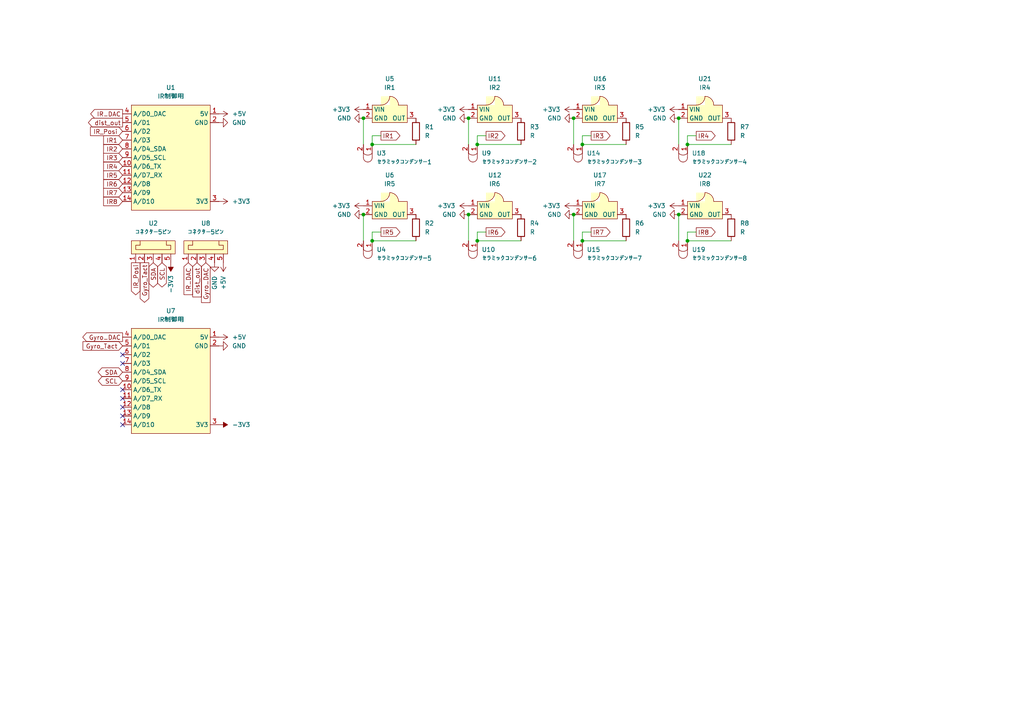
<source format=kicad_sch>
(kicad_sch (version 20211123) (generator eeschema)
  (paper "A4")
  (title_block (title "IR・ジャイロ・LCD用基板") (date "9/15") (rev "中村晟乃") (company "福岡県立宗像中学校"))
  (lib_symbols
    (symbol "Device:R" (pin_numbers hide) (pin_names (offset 0))
      (property "Reference" "R" (at 2.032 0 90))
      (property "Value" "R" (at 0 0 90))
      (symbol "R_0_1"
        (rectangle (start -1.016 -2.54) (end 1.016 2.54) (stroke (width 0.254)))
      )
      (symbol "R_1_1"
        (pin passive line (at 0 3.81 270) (length 1.27) (name "~") (number "1"))
        (pin passive line (at 0 -3.81 90) (length 1.27) (name "~") (number "2"))
      )
    )
    (symbol "power:+3V3" (power) (pin_names (offset 0))
      (property "Value" "+3V3" (at 0 3.556 0))
      (symbol "+3V3_0_1"
        (polyline (pts (xy -0.762 1.27) (xy 0 2.54)))
        (polyline (pts (xy 0 0) (xy 0 2.54)))
        (polyline (pts (xy 0 2.54) (xy 0.762 1.27)))
      )
      (symbol "+3V3_1_1"
        (pin power_in line (at 0 0 90) (length 0) hide (name "+3V3") (number "1"))
      )
    )
    (symbol "power:+5V" (power) (pin_names (offset 0))
      (property "Value" "+5V" (at 0 3.556 0))
      (symbol "+5V_0_1"
        (polyline (pts (xy -0.762 1.27) (xy 0 2.54)))
        (polyline (pts (xy 0 0) (xy 0 2.54)))
        (polyline (pts (xy 0 2.54) (xy 0.762 1.27)))
      )
      (symbol "+5V_1_1"
        (pin power_in line (at 0 0 90) (length 0) hide (name "+5V") (number "1"))
      )
    )
    (symbol "power:-3V3" (power) (pin_names (offset 0))
      (property "Value" "-3V3" (at 0 3.81 0))
      (symbol "-3V3_0_0"
        (pin power_in line (at 0 0 90) (length 0) hide (name "-3V3") (number "1"))
      )
      (symbol "-3V3_0_1"
        (polyline (pts (xy 0 0) (xy 0 1.27) (xy 0.762 1.27) (xy 0 2.54) (xy -0.762 1.27) (xy 0 1.27)) (fill (type outline)))
      )
    )
    (symbol "power:GND" (power) (pin_names (offset 0))
      (property "Value" "GND" (at 0 -3.81 0))
      (symbol "GND_0_1"
        (polyline (pts (xy 0 0) (xy 0 -1.27) (xy 1.27 -1.27) (xy 0 -2.54) (xy -1.27 -1.27) (xy 0 -1.27)))
      )
      (symbol "GND_1_1"
        (pin power_in line (at 0 0 270) (length 0) hide (name "GND") (number "1"))
      )
    )
    (symbol "自分のシンボルエディター:IR素子"
      (property "Reference" "U" (at 3.81 0 0))
      (property "Value" "IR素子" (at 0 0 0))
      (symbol "IR素子_0_1"
        (arc (start -2.54 -3.81) (mid 1.7961 -5.6061) (end 0 -1.27) (fill (type background)))
        (polyline (pts (xy 2.54 -3.81) (xy 5.08 -3.81) (xy 5.08 -8.89) (xy -5.08 -8.89) (xy -5.08 -3.81) (xy -2.54 -3.81)) (fill (type background)))
        (arc (start 2.5398 -3.8102) (mid 1.7959 -2.0141) (end -0.0002 -1.2702) (fill (type background)))
      )
      (symbol "IR素子_1_1"
        (pin input line (at -7.62 -5.08 0) (length 2.54) (name "VIN") (number "1"))
        (pin input line (at -7.62 -7.62 0) (length 2.54) (name "GND") (number "2"))
        (pin input line (at 7.62 -7.62 180) (length 2.54) (name "OUT") (number "3"))
      )
    )
    (symbol "自分のシンボルエディター:seeeduino-xiaoマイコン"
      (property "Reference" "U" (at 11.43 0 0))
      (property "Value" "seeeduino-xiaoマイコン" (at 0 0 0))
      (symbol "seeeduino-xiaoマイコン_0_1"
        (rectangle (start -11.43 -1.27) (end 11.43 -31.75) (fill (type background)))
      )
      (symbol "seeeduino-xiaoマイコン_1_1"
        (pin input line (at 13.97 -3.81 180) (length 2.54) (name "5V") (number "1"))
        (pin input line (at -13.97 -19.05 0) (length 2.54) (name "A/D6_TX") (number "10"))
        (pin input line (at -13.97 -21.59 0) (length 2.54) (name "A/D7_RX") (number "11"))
        (pin input line (at -13.97 -24.13 0) (length 2.54) (name "A/D8") (number "12"))
        (pin input line (at -13.97 -26.67 0) (length 2.54) (name "A/D9") (number "13"))
        (pin input line (at -13.97 -29.21 0) (length 2.54) (name "A/D10") (number "14"))
        (pin input line (at 13.97 -6.35 180) (length 2.54) (name "GND") (number "2"))
        (pin input line (at 13.97 -29.21 180) (length 2.54) (name "3V3") (number "3"))
        (pin input line (at -13.97 -3.81 0) (length 2.54) (name "A/D0_DAC") (number "4"))
        (pin input line (at -13.97 -6.35 0) (length 2.54) (name "A/D1") (number "5"))
        (pin input line (at -13.97 -8.89 0) (length 2.54) (name "A/D2") (number "6"))
        (pin input line (at -13.97 -11.43 0) (length 2.54) (name "A/D3") (number "7"))
        (pin input line (at -13.97 -13.97 0) (length 2.54) (name "A/D4_SDA") (number "8"))
        (pin input line (at -13.97 -16.51 0) (length 2.54) (name "A/D5_SCL") (number "9"))
      )
    )
    (symbol "自分のシンボルエディター:コネクター5ピン"
      (property "Reference" "U" (at 6.35 0 0))
      (property "Value" "コネクター5ピン" (at 0 0 0))
      (symbol "コネクター5ピン_0_1"
        (rectangle (start -6.35 -1.27) (end 6.35 -5.08) (fill (type background)))
        (polyline (pts (xy -3.81 -2.54) (xy -3.81 -1.27)))
        (polyline (pts (xy -3.81 -2.54) (xy -5.08 -2.54) (xy -5.08 -3.81) (xy 5.08 -3.81) (xy 5.08 -2.54) (xy 3.81 -2.54) (xy 3.81 -1.27)))
      )
      (symbol "コネクター5ピン_1_1"
        (pin input line (at -5.08 -7.62 90) (length 2.54) (name "") (number "1"))
        (pin input line (at -2.54 -7.62 90) (length 2.54) (name "") (number "2"))
        (pin input line (at 0 -7.62 90) (length 2.54) (name "") (number "3"))
        (pin input line (at 2.54 -7.62 90) (length 2.54) (name "") (number "4"))
        (pin input line (at 5.08 -7.62 90) (length 2.54) (name "") (number "5"))
      )
    )
    (symbol "自分のシンボルエディター:セラミックコンデンサー"
      (property "Reference" "U" (at 8.89 0 0))
      (property "Value" "セラミックコンデンサー" (at 0 0 0))
      (symbol "セラミックコンデンサー_0_1"
        (arc (start 0 -1.27) (mid -0.898 -1.642) (end -1.27 -2.54))
        (polyline (pts (xy -1.27 -2.54) (xy -1.27 -3.81)))
        (polyline (pts (xy 1.27 -2.54) (xy 1.27 -3.81)))
        (arc (start 1.27 -3.81) (mid 0 -3.284) (end -1.27 -3.81))
        (arc (start 1.2701 -2.5399) (mid 0.8981 -1.6419) (end 0.0001 -1.2699))
      )
      (symbol "セラミックコンデンサー_1_1"
        (pin input line (at -1.27 -6.35 90) (length 2.54) (name "") (number "1"))
        (pin input line (at 1.27 -6.35 90) (length 2.54) (name "") (number "2"))
      )
    )
  )
  (junction (at 196.85 34.29))
  (junction (at 196.85 62.23))
  (junction (at 105.41 34.29))
  (junction (at 199.39 69.85))
  (junction (at 105.41 62.23))
  (junction (at 168.91 41.91))
  (junction (at 168.91 69.85))
  (junction (at 135.89 34.29))
  (junction (at 199.39 41.91))
  (junction (at 135.89 62.23))
  (junction (at 107.95 69.85))
  (junction (at 138.43 41.91))
  (junction (at 138.43 69.85))
  (junction (at 166.37 34.29))
  (junction (at 166.37 62.23))
  (junction (at 107.95 41.91))
  (no_connect (at 35.56 123.19))
  (no_connect (at 35.56 115.57))
  (no_connect (at 35.56 113.03))
  (no_connect (at 35.56 105.41))
  (no_connect (at 35.56 120.65))
  (no_connect (at 35.56 118.11))
  (no_connect (at 35.56 102.87))
  (wire (pts (xy 168.91 69.85) (xy 181.61 69.85)))
  (wire (pts (xy 140.97 39.37) (xy 138.43 39.37)))
  (wire (pts (xy 201.93 67.31) (xy 199.39 67.31)))
  (wire (pts (xy 110.49 67.31) (xy 107.95 67.31)))
  (wire (pts (xy 196.85 62.23) (xy 196.85 69.85)))
  (wire (pts (xy 199.39 39.37) (xy 199.39 41.91)))
  (wire (pts (xy 135.89 34.29) (xy 135.89 41.91)))
  (wire (pts (xy 168.91 41.91) (xy 181.61 41.91)))
  (wire (pts (xy 168.91 67.31) (xy 168.91 69.85)))
  (wire (pts (xy 199.39 41.91) (xy 212.09 41.91)))
  (wire (pts (xy 107.95 39.37) (xy 107.95 41.91)))
  (wire (pts (xy 171.45 67.31) (xy 168.91 67.31)))
  (wire (pts (xy 138.43 39.37) (xy 138.43 41.91)))
  (wire (pts (xy 138.43 69.85) (xy 151.13 69.85)))
  (wire (pts (xy 168.91 39.37) (xy 168.91 41.91)))
  (wire (pts (xy 110.49 39.37) (xy 107.95 39.37)))
  (wire (pts (xy 166.37 34.29) (xy 166.37 41.91)))
  (wire (pts (xy 138.43 41.91) (xy 151.13 41.91)))
  (wire (pts (xy 171.45 39.37) (xy 168.91 39.37)))
  (wire (pts (xy 105.41 34.29) (xy 105.41 41.91)))
  (wire (pts (xy 107.95 69.85) (xy 120.65 69.85)))
  (wire (pts (xy 166.37 62.23) (xy 166.37 69.85)))
  (wire (pts (xy 138.43 67.31) (xy 138.43 69.85)))
  (wire (pts (xy 199.39 69.85) (xy 212.09 69.85)))
  (wire (pts (xy 105.41 62.23) (xy 105.41 69.85)))
  (wire (pts (xy 140.97 67.31) (xy 138.43 67.31)))
  (wire (pts (xy 196.85 34.29) (xy 196.85 41.91)))
  (wire (pts (xy 201.93 39.37) (xy 199.39 39.37)))
  (wire (pts (xy 135.89 62.23) (xy 135.89 69.85)))
  (wire (pts (xy 107.95 67.31) (xy 107.95 69.85)))
  (wire (pts (xy 199.39 67.31) (xy 199.39 69.85)))
  (wire (pts (xy 107.95 41.91) (xy 120.65 41.91)))
  (global_label "IR_Posi" (shape input) (at 35.56 38.1 180) (property "Intersheet References" "${INTERSHEET_REFS}" (effects hide)))
  (global_label "IR5" (shape output) (at 110.49 67.31 0) (property "Intersheet References" "${INTERSHEET_REFS}" (effects hide)))
  (global_label "IR2" (shape input) (at 35.56 43.18 180) (property "Intersheet References" "${INTERSHEET_REFS}" (effects hide)))
  (global_label "IR7" (shape output) (at 171.45 67.31 0) (property "Intersheet References" "${INTERSHEET_REFS}" (effects hide)))
  (global_label "IR8" (shape input) (at 35.56 58.42 180) (property "Intersheet References" "${INTERSHEET_REFS}" (effects hide)))
  (global_label "IR6" (shape input) (at 35.56 53.34 180) (property "Intersheet References" "${INTERSHEET_REFS}" (effects hide)))
  (global_label "IR7" (shape input) (at 35.56 55.88 180) (property "Intersheet References" "${INTERSHEET_REFS}" (effects hide)))
  (global_label "IR1" (shape input) (at 35.56 40.64 180) (property "Intersheet References" "${INTERSHEET_REFS}" (effects hide)))
  (global_label "SDA" (shape bidirectional) (at 44.45 76.2 270) (property "Intersheet References" "${INTERSHEET_REFS}" (effects hide)))
  (global_label "dist_out" (shape output) (at 35.56 35.56 180) (property "Intersheet References" "${INTERSHEET_REFS}" (effects hide)))
  (global_label "Gyro＿DAC" (shape output) (at 35.56 97.79 180) (property "Intersheet References" "${INTERSHEET_REFS}" (effects hide)))
  (global_label "SDA" (shape bidirectional) (at 35.56 107.95 180) (property "Intersheet References" "${INTERSHEET_REFS}" (effects hide)))
  (global_label "IR1" (shape output) (at 110.49 39.37 0) (property "Intersheet References" "${INTERSHEET_REFS}" (effects hide)))
  (global_label "Gyro_Tact" (shape output) (at 41.91 76.2 270) (property "Intersheet References" "${INTERSHEET_REFS}" (effects hide)))
  (global_label "SCL" (shape bidirectional) (at 46.99 76.2 270) (property "Intersheet References" "${INTERSHEET_REFS}" (effects hide)))
  (global_label "IR4" (shape input) (at 35.56 48.26 180) (property "Intersheet References" "${INTERSHEET_REFS}" (effects hide)))
  (global_label "Gyro_Tact" (shape input) (at 35.56 100.33 180) (property "Intersheet References" "${INTERSHEET_REFS}" (effects hide)))
  (global_label "IR4" (shape output) (at 201.93 39.37 0) (property "Intersheet References" "${INTERSHEET_REFS}" (effects hide)))
  (global_label "IR_Posi" (shape output) (at 39.37 76.2 270) (property "Intersheet References" "${INTERSHEET_REFS}" (effects hide)))
  (global_label "IR3" (shape output) (at 171.45 39.37 0) (property "Intersheet References" "${INTERSHEET_REFS}" (effects hide)))
  (global_label "IR＿DAC" (shape output) (at 35.56 33.02 180) (property "Intersheet References" "${INTERSHEET_REFS}" (effects hide)))
  (global_label "IR2" (shape output) (at 140.97 39.37 0) (property "Intersheet References" "${INTERSHEET_REFS}" (effects hide)))
  (global_label "dist_out" (shape input) (at 57.15 76.2 270) (property "Intersheet References" "${INTERSHEET_REFS}" (effects hide)))
  (global_label "IR3" (shape input) (at 35.56 45.72 180) (property "Intersheet References" "${INTERSHEET_REFS}" (effects hide)))
  (global_label "Gyro＿DAC" (shape input) (at 59.69 76.2 270) (property "Intersheet References" "${INTERSHEET_REFS}" (effects hide)))
  (global_label "IR6" (shape output) (at 140.97 67.31 0) (property "Intersheet References" "${INTERSHEET_REFS}" (effects hide)))
  (global_label "IR＿DAC" (shape input) (at 54.61 76.2 270) (property "Intersheet References" "${INTERSHEET_REFS}" (effects hide)))
  (global_label "IR5" (shape input) (at 35.56 50.8 180) (property "Intersheet References" "${INTERSHEET_REFS}" (effects hide)))
  (global_label "SCL" (shape bidirectional) (at 35.56 110.49 180) (property "Intersheet References" "${INTERSHEET_REFS}" (effects hide)))
  (global_label "IR8" (shape output) (at 201.93 67.31 0) (property "Intersheet References" "${INTERSHEET_REFS}" (effects hide)))
  (symbol (lib_id "power:GND") (at 105.41 62.23 270) (unit 1)
    (property "Reference" "#PWR0125" (effects hide))
    (property "Value" "GND" (at 97.79 62.23 90) (effects (justify left)))
  )
  (symbol (lib_id "power:-3V3") (at 63.5 123.19 270) (unit 1)
    (property "Reference" "#PWR0123" (effects hide))
    (property "Value" "-3V3" (at 67.31 123.1899 90) (effects (justify left)))
  )
  (symbol (lib_id "power:+3V3") (at 105.41 31.75 90) (unit 1)
    (property "Reference" "#PWR0112" (effects hide))
    (property "Value" "+3V3" (at 101.6 31.7501 90) (effects (justify left)))
  )
  (symbol (lib_id "power:GND") (at 166.37 34.29 270) (unit 1)
    (property "Reference" "#PWR0115" (effects hide))
    (property "Value" "GND" (at 158.75 34.29 90) (effects (justify left)))
  )
  (symbol (lib_id "power:+3V3") (at 166.37 31.75 90) (unit 1)
    (property "Reference" "#PWR0116" (effects hide))
    (property "Value" "+3V3" (at 162.56 31.7501 90) (effects (justify left)))
  )
  (symbol (lib_id "power:+3V3") (at 196.85 59.69 90) (unit 1)
    (property "Reference" "#PWR0118" (effects hide))
    (property "Value" "+3V3" (at 193.04 59.6901 90) (effects (justify left)))
  )
  (symbol (lib_id "自分のシンボルエディター:コネクター5ピン") (at 59.69 68.58 0) (unit 1)
    (property "Reference" "U8" (at 59.69 64.77 0))
    (property "Value" "コネクター5ピン" (at 59.69 67.31 0))
    (property "Footprint" "自分のフットプリント:コネクター5ピン" (effects hide))
  )
  (symbol (lib_id "自分のシンボルエディター:IR素子") (at 204.47 54.61 0) (unit 1)
    (property "Reference" "U22" (at 204.47 50.8 0))
    (property "Value" "IR8" (at 204.47 53.34 0))
    (property "Footprint" "自分のフットプリント:IR素子" (effects hide))
  )
  (symbol (lib_id "自分のシンボルエディター:IR素子") (at 143.51 26.67 0) (unit 1)
    (property "Reference" "U11" (at 143.51 22.86 0))
    (property "Value" "IR2" (at 143.51 25.4 0))
    (property "Footprint" "自分のフットプリント:IR素子" (effects hide))
  )
  (symbol (lib_id "power:-3V3") (at 49.53 76.2 180) (unit 1)
    (property "Reference" "#PWR0106" (effects hide))
    (property "Value" "-3V3" (at 49.53 85.09 90) (effects (justify right)))
  )
  (symbol (lib_id "自分のシンボルエディター:コネクター5ピン") (at 44.45 68.58 0) (unit 1)
    (property "Reference" "U2" (at 44.45 64.77 0))
    (property "Value" "コネクター5ピン" (at 44.45 67.31 0))
    (property "Footprint" "自分のフットプリント:コネクター5ピン" (effects hide))
  )
  (symbol (lib_id "Device:R") (at 120.65 38.1 0) (unit 1)
    (property "Reference" "R1" (at 123.19 36.8299 0) (effects (justify left)))
    (property "Value" "R" (at 123.19 39.3699 0) (effects (justify left)))
    (property "Footprint" "自分のフットプリント:抵抗" (effects hide))
  )
  (symbol (lib_id "Device:R") (at 212.09 66.04 0) (unit 1)
    (property "Reference" "R8" (at 214.63 64.7699 0) (effects (justify left)))
    (property "Value" "R" (at 214.63 67.3099 0) (effects (justify left)))
    (property "Footprint" "自分のフットプリント:抵抗" (effects hide))
  )
  (symbol (lib_id "自分のシンボルエディター:セラミックコンデンサー") (at 106.68 76.2 180) (unit 1)
    (property "Reference" "U4" (at 109.22 72.3899 0) (effects (justify right)))
    (property "Value" "セラミックコンデンサー5" (at 109.22 74.9299 0) (effects (justify right)))
    (property "Footprint" "自分のフットプリント:セラミックコンデンサー" (effects hide))
  )
  (symbol (lib_id "自分のシンボルエディター:セラミックコンデンサー") (at 167.64 48.26 180) (unit 1)
    (property "Reference" "U14" (at 170.18 44.4499 0) (effects (justify right)))
    (property "Value" "セラミックコンデンサー3" (at 170.18 46.9899 0) (effects (justify right)))
    (property "Footprint" "自分のフットプリント:セラミックコンデンサー" (effects hide))
  )
  (symbol (lib_id "Device:R") (at 181.61 38.1 0) (unit 1)
    (property "Reference" "R5" (at 184.15 36.8299 0) (effects (justify left)))
    (property "Value" "R" (at 184.15 39.3699 0) (effects (justify left)))
    (property "Footprint" "自分のフットプリント:抵抗" (effects hide))
  )
  (symbol (lib_id "power:GND") (at 62.23 76.2 0) (unit 1)
    (property "Reference" "#PWR0105" (effects hide))
    (property "Value" "GND" (at 62.2301 80.01 90) (effects (justify right)))
  )
  (symbol (lib_id "Device:R") (at 212.09 38.1 0) (unit 1)
    (property "Reference" "R7" (at 214.63 36.8299 0) (effects (justify left)))
    (property "Value" "R" (at 214.63 39.3699 0) (effects (justify left)))
    (property "Footprint" "自分のフットプリント:抵抗" (effects hide))
  )
  (symbol (lib_id "power:GND") (at 196.85 62.23 270) (unit 1)
    (property "Reference" "#PWR0117" (effects hide))
    (property "Value" "GND" (at 189.23 62.23 90) (effects (justify left)))
  )
  (symbol (lib_id "power:+3V3") (at 135.89 59.69 90) (unit 1)
    (property "Reference" "#PWR0108" (effects hide))
    (property "Value" "+3V3" (at 132.08 59.6901 90) (effects (justify left)))
  )
  (symbol (lib_id "power:GND") (at 135.89 34.29 270) (unit 1)
    (property "Reference" "#PWR0110" (effects hide))
    (property "Value" "GND" (at 128.27 34.29 90) (effects (justify left)))
  )
  (symbol (lib_id "自分のシンボルエディター:IR素子") (at 113.03 26.67 0) (unit 1)
    (property "Reference" "U5" (at 113.03 22.86 0))
    (property "Value" "IR1" (at 113.03 25.4 0))
    (property "Footprint" "自分のフットプリント:IR素子" (effects hide))
  )
  (symbol (lib_id "power:+3V3") (at 105.41 59.69 90) (unit 1)
    (property "Reference" "#PWR0124" (effects hide))
    (property "Value" "+3V3" (at 101.6 59.6901 90) (effects (justify left)))
  )
  (symbol (lib_id "power:+3V3") (at 63.5 58.42 270) (unit 1)
    (property "Reference" "#PWR0101" (effects hide))
    (property "Value" "+3V3" (at 67.31 58.4199 90) (effects (justify left)))
  )
  (symbol (lib_id "自分のシンボルエディター:セラミックコンデンサー") (at 137.16 76.2 180) (unit 1)
    (property "Reference" "U10" (at 139.7 72.3899 0) (effects (justify right)))
    (property "Value" "セラミックコンデンサー6" (at 139.7 74.9299 0) (effects (justify right)))
    (property "Footprint" "自分のフットプリント:セラミックコンデンサー" (effects hide))
  )
  (symbol (lib_id "自分のシンボルエディター:seeeduino-xiaoマイコン") (at 49.53 29.21 0) (unit 1)
    (property "Reference" "U1" (at 49.53 25.4 0))
    (property "Value" "IR制御用" (at 49.53 27.94 0))
    (property "Footprint" "自分のフットプリント:seeeduino-xiaoマイコン" (effects hide))
  )
  (symbol (lib_id "自分のシンボルエディター:セラミックコンデンサー") (at 137.16 48.26 180) (unit 1)
    (property "Reference" "U9" (at 139.7 44.4499 0) (effects (justify right)))
    (property "Value" "セラミックコンデンサー2" (at 139.7 46.9899 0) (effects (justify right)))
    (property "Footprint" "自分のフットプリント:セラミックコンデンサー" (effects hide))
  )
  (symbol (lib_id "自分のシンボルエディター:セラミックコンデンサー") (at 167.64 76.2 180) (unit 1)
    (property "Reference" "U15" (at 170.18 72.3899 0) (effects (justify right)))
    (property "Value" "セラミックコンデンサー7" (at 170.18 74.9299 0) (effects (justify right)))
    (property "Footprint" "自分のフットプリント:セラミックコンデンサー" (effects hide))
  )
  (symbol (lib_id "power:GND") (at 63.5 35.56 90) (unit 1)
    (property "Reference" "#PWR0102" (effects hide))
    (property "Value" "GND" (at 67.31 35.5599 90) (effects (justify right)))
  )
  (symbol (lib_id "power:GND") (at 105.41 34.29 270) (unit 1)
    (property "Reference" "#PWR0111" (effects hide))
    (property "Value" "GND" (at 97.79 34.29 90) (effects (justify left)))
  )
  (symbol (lib_id "power:GND") (at 135.89 62.23 270) (unit 1)
    (property "Reference" "#PWR0107" (effects hide))
    (property "Value" "GND" (at 128.27 62.23 90) (effects (justify left)))
  )
  (symbol (lib_id "power:GND") (at 63.5 100.33 90) (unit 1)
    (property "Reference" "#PWR0122" (effects hide))
    (property "Value" "GND" (at 67.31 100.3299 90) (effects (justify right)))
  )
  (symbol (lib_id "power:GND") (at 196.85 34.29 270) (unit 1)
    (property "Reference" "#PWR0119" (effects hide))
    (property "Value" "GND" (at 189.23 34.29 90) (effects (justify left)))
  )
  (symbol (lib_id "自分のシンボルエディター:セラミックコンデンサー") (at 198.12 48.26 180) (unit 1)
    (property "Reference" "U18" (at 200.66 44.4499 0) (effects (justify right)))
    (property "Value" "セラミックコンデンサー4" (at 200.66 46.9899 0) (effects (justify right)))
    (property "Footprint" "自分のフットプリント:セラミックコンデンサー" (effects hide))
  )
  (symbol (lib_id "Device:R") (at 151.13 38.1 0) (unit 1)
    (property "Reference" "R3" (at 153.67 36.8299 0) (effects (justify left)))
    (property "Value" "R" (at 153.67 39.3699 0) (effects (justify left)))
    (property "Footprint" "自分のフットプリント:抵抗" (effects hide))
  )
  (symbol (lib_id "Device:R") (at 151.13 66.04 0) (unit 1)
    (property "Reference" "R4" (at 153.67 64.7699 0) (effects (justify left)))
    (property "Value" "R" (at 153.67 67.3099 0) (effects (justify left)))
    (property "Footprint" "自分のフットプリント:抵抗" (effects hide))
  )
  (symbol (lib_id "自分のシンボルエディター:IR素子") (at 173.99 26.67 0) (unit 1)
    (property "Reference" "U16" (at 173.99 22.86 0))
    (property "Value" "IR3" (at 173.99 25.4 0))
    (property "Footprint" "自分のフットプリント:IR素子" (effects hide))
  )
  (symbol (lib_id "自分のシンボルエディター:IR素子") (at 204.47 26.67 0) (unit 1)
    (property "Reference" "U21" (at 204.47 22.86 0))
    (property "Value" "IR4" (at 204.47 25.4 0))
    (property "Footprint" "自分のフットプリント:IR素子" (effects hide))
  )
  (symbol (lib_id "Device:R") (at 181.61 66.04 0) (unit 1)
    (property "Reference" "R6" (at 184.15 64.7699 0) (effects (justify left)))
    (property "Value" "R" (at 184.15 67.3099 0) (effects (justify left)))
    (property "Footprint" "自分のフットプリント:抵抗" (effects hide))
  )
  (symbol (lib_id "自分のシンボルエディター:セラミックコンデンサー") (at 106.68 48.26 180) (unit 1)
    (property "Reference" "U3" (at 109.22 44.4499 0) (effects (justify right)))
    (property "Value" "セラミックコンデンサー1" (at 109.22 46.9899 0) (effects (justify right)))
    (property "Footprint" "自分のフットプリント:セラミックコンデンサー" (effects hide))
  )
  (symbol (lib_id "power:+3V3") (at 196.85 31.75 90) (unit 1)
    (property "Reference" "#PWR0120" (effects hide))
    (property "Value" "+3V3" (at 193.04 31.7501 90) (effects (justify left)))
  )
  (symbol (lib_id "power:+3V3") (at 135.89 31.75 90) (unit 1)
    (property "Reference" "#PWR0109" (effects hide))
    (property "Value" "+3V3" (at 132.08 31.7501 90) (effects (justify left)))
  )
  (symbol (lib_id "自分のシンボルエディター:IR素子") (at 113.03 54.61 0) (unit 1)
    (property "Reference" "U6" (at 113.03 50.8 0))
    (property "Value" "IR5" (at 113.03 53.34 0))
    (property "Footprint" "自分のフットプリント:IR素子" (effects hide))
  )
  (symbol (lib_id "power:+5V") (at 63.5 33.02 270) (unit 1)
    (property "Reference" "#PWR0103" (effects hide))
    (property "Value" "+5V" (at 67.31 33.0199 90) (effects (justify left)))
  )
  (symbol (lib_id "自分のシンボルエディター:IR素子") (at 143.51 54.61 0) (unit 1)
    (property "Reference" "U12" (at 143.51 50.8 0))
    (property "Value" "IR6" (at 143.51 53.34 0))
    (property "Footprint" "自分のフットプリント:IR素子" (effects hide))
  )
  (symbol (lib_id "power:+3V3") (at 166.37 59.69 90) (unit 1)
    (property "Reference" "#PWR0114" (effects hide))
    (property "Value" "+3V3" (at 162.56 59.6901 90) (effects (justify left)))
  )
  (symbol (lib_id "自分のシンボルエディター:セラミックコンデンサー") (at 198.12 76.2 180) (unit 1)
    (property "Reference" "U19" (at 200.66 72.3899 0) (effects (justify right)))
    (property "Value" "セラミックコンデンサー8" (at 200.66 74.9299 0) (effects (justify right)))
    (property "Footprint" "自分のフットプリント:セラミックコンデンサー" (effects hide))
  )
  (symbol (lib_id "自分のシンボルエディター:seeeduino-xiaoマイコン") (at 49.53 93.98 0) (unit 1)
    (property "Reference" "U7" (at 49.53 90.17 0))
    (property "Value" "IR制御用" (at 49.53 92.71 0))
    (property "Footprint" "自分のフットプリント:seeeduino-xiaoマイコン" (effects hide))
  )
  (symbol (lib_id "power:GND") (at 166.37 62.23 270) (unit 1)
    (property "Reference" "#PWR0113" (effects hide))
    (property "Value" "GND" (at 158.75 62.23 90) (effects (justify left)))
  )
  (symbol (lib_id "Device:R") (at 120.65 66.04 0) (unit 1)
    (property "Reference" "R2" (at 123.19 64.7699 0) (effects (justify left)))
    (property "Value" "R" (at 123.19 67.3099 0) (effects (justify left)))
    (property "Footprint" "自分のフットプリント:抵抗" (effects hide))
  )
  (symbol (lib_id "自分のシンボルエディター:IR素子") (at 173.99 54.61 0) (unit 1)
    (property "Reference" "U17" (at 173.99 50.8 0))
    (property "Value" "IR7" (at 173.99 53.34 0))
    (property "Footprint" "自分のフットプリント:IR素子" (effects hide))
  )
  (symbol (lib_id "power:+5V") (at 63.5 97.79 270) (unit 1)
    (property "Reference" "#PWR0121" (effects hide))
    (property "Value" "+5V" (at 67.31 97.7899 90) (effects (justify left)))
  )
  (symbol (lib_id "power:+5V") (at 64.77 76.2 180) (unit 1)
    (property "Reference" "#PWR0104" (effects hide))
    (property "Value" "+5V" (at 64.7701 80.01 90) (effects (justify left)))
  )
)
</source>
